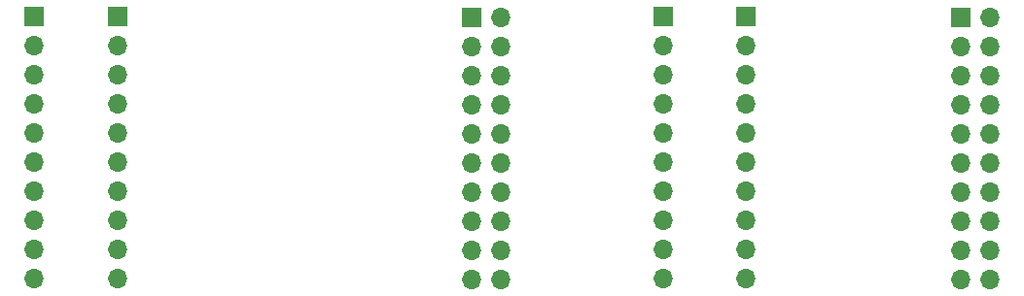
<source format=gbs>
%TF.GenerationSoftware,KiCad,Pcbnew,9.0.0*%
%TF.CreationDate,2025-09-30T11:44:18-04:00*%
%TF.ProjectId,CSC202_LP_MSPM0G3507_2TERM_BREAKOUT,43534332-3032-45f4-9c50-5f4d53504d30,rev?*%
%TF.SameCoordinates,Original*%
%TF.FileFunction,Soldermask,Bot*%
%TF.FilePolarity,Negative*%
%FSLAX46Y46*%
G04 Gerber Fmt 4.6, Leading zero omitted, Abs format (unit mm)*
G04 Created by KiCad (PCBNEW 9.0.0) date 2025-09-30 11:44:18*
%MOMM*%
%LPD*%
G01*
G04 APERTURE LIST*
%ADD10O,1.700000X1.700000*%
%ADD11R,1.700000X1.700000*%
G04 APERTURE END LIST*
D10*
%TO.C,J2*%
X183466827Y-110311000D03*
X183466827Y-107771000D03*
X183466827Y-105231000D03*
X183466827Y-102691000D03*
X183466827Y-100151000D03*
X183466827Y-97611000D03*
X183466827Y-95071000D03*
X183466827Y-92531000D03*
X183466827Y-89991000D03*
X183466827Y-87451000D03*
X180926827Y-110311000D03*
X180926827Y-107771000D03*
X180926827Y-105231000D03*
X180926827Y-102691000D03*
X180926827Y-100151000D03*
X180926827Y-97611000D03*
X180926827Y-95071000D03*
X180926827Y-92531000D03*
X180926827Y-89991000D03*
D11*
X180926827Y-87451000D03*
%TD*%
%TO.C,J1*%
X138382827Y-87451000D03*
D10*
X138382827Y-89991000D03*
X138382827Y-92531000D03*
X138382827Y-95071000D03*
X138382827Y-97611000D03*
X138382827Y-100151000D03*
X138382827Y-102691000D03*
X138382827Y-105231000D03*
X138382827Y-107771000D03*
X138382827Y-110311000D03*
X140922827Y-87451000D03*
X140922827Y-89991000D03*
X140922827Y-92531000D03*
X140922827Y-95071000D03*
X140922827Y-97611000D03*
X140922827Y-100151000D03*
X140922827Y-102691000D03*
X140922827Y-105231000D03*
X140922827Y-107771000D03*
X140922827Y-110311000D03*
%TD*%
D11*
%TO.C,J4*%
X107533296Y-87431000D03*
D10*
X107533296Y-89971000D03*
X107533296Y-92511000D03*
X107533296Y-95051000D03*
X107533296Y-97591000D03*
X107533296Y-100131000D03*
X107533296Y-102671000D03*
X107533296Y-105211000D03*
X107533296Y-107751000D03*
X107533296Y-110291000D03*
%TD*%
D11*
%TO.C,J6*%
X162282296Y-87431000D03*
D10*
X162282296Y-89971000D03*
X162282296Y-92511000D03*
X162282296Y-95051000D03*
X162282296Y-97591000D03*
X162282296Y-100131000D03*
X162282296Y-102671000D03*
X162282296Y-105211000D03*
X162282296Y-107751000D03*
X162282296Y-110291000D03*
%TD*%
D11*
%TO.C,J3*%
X100283296Y-87431000D03*
D10*
X100283296Y-89971000D03*
X100283296Y-92511000D03*
X100283296Y-95051000D03*
X100283296Y-97591000D03*
X100283296Y-100131000D03*
X100283296Y-102671000D03*
X100283296Y-105211000D03*
X100283296Y-107751000D03*
X100283296Y-110291000D03*
%TD*%
D11*
%TO.C,J5*%
X155032296Y-87431000D03*
D10*
X155032296Y-89971000D03*
X155032296Y-92511000D03*
X155032296Y-95051000D03*
X155032296Y-97591000D03*
X155032296Y-100131000D03*
X155032296Y-102671000D03*
X155032296Y-105211000D03*
X155032296Y-107751000D03*
X155032296Y-110291000D03*
%TD*%
M02*

</source>
